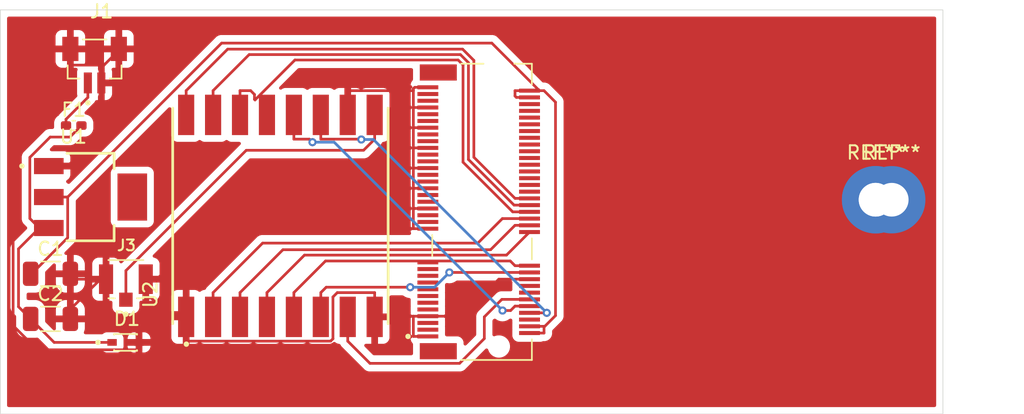
<source format=kicad_pcb>
(kicad_pcb (version 20240108) (generator "pcbnew") (generator_version "8.0")
  (layers (0 "F.Cu" signal) (31 "B.Cu" signal) (34 "B.Paste" user) (35 "F.Paste" user) (36 "B.SilkS" user "B.Silkscreen") (37 "F.SilkS" user "F.Silkscreen") (38 "B.Mask" user) (39 "F.Mask" user) (44 "Edge.Cuts" user))
  (net 0 "")
  (net 1 "+3V3")
  (net 2 "GND")
  (net 3 "Net-(U1-INPUT)")
  (net 4 "+9V")
  (net 6 "MISO")
  (net 9 "DIO3")
  (net 11 "DIO2")
  (net 12 "NSS")
  (net 22 "DIO4")
  (net 24 "DIO1")
  (net 26 "DIO0")
  (net 29 "MOSI")
  (net 37 "SCK")
  (net 44 "DIO5")
  (net 45 "RESET")
  (net 57 "Net-(U2-ANT)")
  (net 59 "+3.3V")
  (footprint "Capacitor_SMD:C_1206_3216Metric" (layer "F.Cu") (at 57.125 97.45)
    (property "Reference" "C2" (at 0 -1.85 0) (layer "F.SilkS"))
    (property "Value" "10uF")
    (fp_line (start -0.711252 -0.91) (end 0.711252 -0.91) (stroke (width 0.12)) (layer "F.SilkS"))
    (fp_line (start -0.711252 0.91) (end 0.711252 0.91) (stroke (width 0.12)) (layer "F.SilkS"))
    (pad "1" smd roundrect (at -1.475 0) (size 1.15 1.8) (layers "F.Cu" "F.Paste" "F.Mask") (roundrect_rratio 0.217391) (net 3 "Net-(U1-INPUT)"))
    (pad "2" smd roundrect (at 1.475 0) (size 1.15 1.8) (layers "F.Cu" "F.Paste" "F.Mask") (roundrect_rratio 0.217391) (net 2 "GND"))
  )
  (footprint "Capacitor_SMD:C_1206_3216Metric" (layer "F.Cu") (at 57.125 94.1)
    (property "Reference" "C1" (at 0 -1.85 0) (layer "F.SilkS"))
    (property "Value" "10uF")
    (fp_line (start -0.711252 -0.91) (end 0.711252 -0.91) (stroke (width 0.12)) (layer "F.SilkS"))
    (fp_line (start -0.711252 0.91) (end 0.711252 0.91) (stroke (width 0.12)) (layer "F.SilkS"))
    (pad "1" smd roundrect (at -1.475 0) (size 1.15 1.8) (layers "F.Cu" "F.Paste" "F.Mask") (roundrect_rratio 0.217391) (net 1 "+3V3"))
    (pad "2" smd roundrect (at 1.475 0) (size 1.15 1.8) (layers "F.Cu" "F.Paste" "F.Mask") (roundrect_rratio 0.217391) (net 2 "GND"))
  )
  (footprint "" (layer "F.Cu") (at 118.4 88.6)
    (property "Reference" "" (at 0 0 0) (layer "F.SilkS") (effects (font (size 1.27 1.27))))
    (property "Value" "")
    (pad "1" thru_hole circle (at 0 0) (size 5 5) (drill 2.5) (layers "*.Cu" "*.Mask"))
  )
  (footprint "Fuse:Fuse_0402_1005Metric_Pad0.77x0.64mm_HandSolder" (layer "F.Cu") (at 58.85 83.09)
    (property "Reference" "F1" (at 0 -1.17 0) (layer "F.SilkS"))
    (property "Value" "Fuse")
    (fp_line (start -0.1002 -0.36) (end 0.1002 -0.36) (stroke (width 0.12)) (layer "F.SilkS"))
    (fp_line (start -0.1002 0.36) (end 0.1002 0.36) (stroke (width 0.12)) (layer "F.SilkS"))
    (pad "1" smd roundrect (at -0.5725 0) (size 0.765 0.64) (layers "F.Cu" "F.Paste" "F.Mask") (net 4 "+9V"))
    (pad "2" smd roundrect (at 0.5725 0) (size 0.765 0.64) (layers "F.Cu" "F.Paste" "F.Mask") (net 3 "Net-(U1-INPUT)"))
  )
  (footprint "BM02B-SRSS-TB_LF__SN_:JST_BM02B-SRSS-TB_LF__SN_" (layer "F.Cu") (at 60.4 77.4)
    (property "Reference" "J1" (at 0.525 -2.785 0) (layer "F.SilkS"))
    (property "Value" "BM02B-SRSS-TB_LF__SN_")
    (fp_line (start -2 2.2) (end -2 1.22) (stroke (width 0.127)) (layer "F.SilkS"))
    (fp_line (start -1.12 2.2) (end -2 2.2) (stroke (width 0.127)) (layer "F.SilkS"))
    (fp_line (start -0.88 -0.7) (end 0.88 -0.7) (stroke (width 0.127)) (layer "F.SilkS"))
    (fp_line (start 2 2.2) (end 1.12 2.2) (stroke (width 0.127)) (layer "F.SilkS"))
    (fp_line (start 2 2.2) (end 2 1.22) (stroke (width 0.127)) (layer "F.SilkS"))
    (fp_circle (center -0.5 4) (end -0.4 4) (stroke (width 0.2)) (fill none) (layer "F.SilkS"))
    (pad "1" smd rect (at -0.5 2.525) (size 0.6 1.55) (layers "F.Cu" "F.Paste" "F.Mask") (net 4 "+9V"))
    (pad "2" smd rect (at 0.5 2.525) (size 0.6 1.55) (layers "F.Cu" "F.Paste" "F.Mask") (net 2 "GND"))
    (pad "S1" smd rect (at -1.8 0) (size 1.2 1.8) (layers "F.Cu" "F.Paste" "F.Mask") (net 2 "GND"))
    (pad "S2" smd rect (at 1.8 0) (size 1.2 1.8) (layers "F.Cu" "F.Paste" "F.Mask") (net 2 "GND"))
  )
  (footprint "CONUFL001_SMD_T:LINX_CONUFL001-SMD-T" (layer "F.Cu") (at 62.725 94.5)
    (property "Reference" "J3" (at 0.04 -2.508 0) (layer "F.SilkS") (effects (font (size 0.8 0.8))))
    (property "Value" "RF Antenna")
    (fp_line (start -1.3 -1.42) (end 1.3 -1.42) (stroke (width 0.127)) (layer "F.SilkS"))
    (fp_line (start -0.82 1.42) (end -1.3 1.42) (stroke (width 0.127)) (layer "F.SilkS"))
    (fp_line (start 0.82 1.42) (end 1.3 1.42) (stroke (width 0.127)) (layer "F.SilkS"))
    (fp_circle (center 0 2.6) (end 0.1 2.6) (stroke (width 0.2)) (fill none) (layer "F.SilkS"))
    (pad "1" smd rect (at 0 1.525) (size 1 1.05) (layers "F.Cu" "F.Paste" "F.Mask") (net 57 "Net-(U2-ANT)"))
    (pad "2" smd rect (at -1.475 0) (size 1.05 2.2) (layers "F.Cu" "F.Paste" "F.Mask") (net 2 "GND"))
    (pad "3" smd rect (at 1.475 0) (size 1.05 2.2) (layers "F.Cu" "F.Paste" "F.Mask") (net 2 "GND"))
  )
  (footprint "MountingHole:MountingHole_2.5mm_Pad" (layer "F.Cu") (at 118.4 88.6)
    (property "Reference" "REF**" (at 0 -3.5 0) (layer "F.SilkS"))
    (property "Value" "MountingHole_2.5mm_Pad")
    (pad "1" thru_hole circle (at 0 0) (size 5 5) (drill 2.5) (layers "*.Cu" "*.Mask"))
  )
  (footprint "MDT420E03002:AMPHENOL_MDT420E03002" (layer "F.Cu") (at 90.425 89.5 90)
    (property "Reference" "J2" (hide yes))
    (property "Value" "MDT420E03002")
    (fp_line (start -3.28 -4.95) (end -1.72 -4.95) (stroke (width 0.127)) (layer "F.SilkS"))
    (fp_line (start 11 -2.805) (end 11 -1.145) (stroke (width 0.127)) (layer "F.SilkS"))
    (fp_line (start 11 2.45) (end 11 1.145) (stroke (width 0.127)) (layer "F.SilkS"))
    (fp_line (start 11 2.45) (end 9.47 2.45) (stroke (width 0.127)) (layer "F.SilkS"))
    (fp_line (start -3.53 2.45) (end -1.97 2.45) (stroke (width 0.127)) (layer "F.SilkS"))
    (fp_line (start -9.47 2.45) (end -11 2.45) (stroke (width 0.127)) (layer "F.SilkS"))
    (fp_line (start -11 2.45) (end -11 -2.805) (stroke (width 0.127)) (layer "F.SilkS"))
    (fp_circle (center -9.25 -6.75) (end -9.15 -6.75) (stroke (width 0.2)) (fill none) (layer "F.SilkS"))
    (pad "" np_thru_hole circle (at -10 0 90) (size 1.15 1.15) (drill 1.15) (layers "*.Cu" "*.Mask"))
    (pad "" np_thru_hole circle (at 10 0 90) (size 1.65 1.65) (drill 1.65) (layers "*.Cu" "*.Mask"))
    (pad "1" smd rect (at -9.25 -5.275 90) (size 0.3 1.55) (layers "F.Cu" "F.Paste" "F.Mask") (net 2 "GND"))
    (pad "2" smd rect (at -9 2.275 90) (size 0.3 1.55) (layers "F.Cu" "F.Paste" "F.Mask") (net 1 "+3V3"))
    (pad "3" smd rect (at -8.75 -5.275 90) (size 0.3 1.55) (layers "F.Cu" "F.Paste" "F.Mask"))
    (pad "4" smd rect (at -8.5 2.275 90) (size 0.3 1.55) (layers "F.Cu" "F.Paste" "F.Mask") (net 1 "+3V3"))
    (pad "5" smd rect (at -8.25 -5.275 90) (size 0.3 1.55) (layers "F.Cu" "F.Paste" "F.Mask"))
    (pad "6" smd rect (at -8 2.275 90) (size 0.3 1.55) (layers "F.Cu" "F.Paste" "F.Mask"))
    (pad "7" smd rect (at -7.75 -5.275 90) (size 0.3 1.55) (layers "F.Cu" "F.Paste" "F.Mask") (net 2 "GND"))
    (pad "8" smd rect (at -7.5 2.275 90) (size 0.3 1.55) (layers "F.Cu" "F.Paste" "F.Mask") (net 9 "DIO3"))
    (pad "9" smd rect (at -7.25 -5.275 90) (size 0.3 1.55) (layers "F.Cu" "F.Paste" "F.Mask"))
    (pad "10" smd rect (at -7 2.275 90) (size 0.3 1.55) (layers "F.Cu" "F.Paste" "F.Mask") (net 22 "DIO4"))
    (pad "11" smd rect (at -6.75 -5.275 90) (size 0.3 1.55) (layers "F.Cu" "F.Paste" "F.Mask"))
    (pad "12" smd rect (at -6.5 2.275 90) (size 0.3 1.55) (layers "F.Cu" "F.Paste" "F.Mask") (net 44 "DIO5"))
    (pad "13" smd rect (at -6.25 -5.275 90) (size 0.3 1.55) (layers "F.Cu" "F.Paste" "F.Mask"))
    (pad "14" smd rect (at -6 2.275 90) (size 0.3 1.55) (layers "F.Cu" "F.Paste" "F.Mask"))
    (pad "15" smd rect (at -5.75 -5.275 90) (size 0.3 1.55) (layers "F.Cu" "F.Paste" "F.Mask"))
    (pad "16" smd rect (at -5.5 2.275 90) (size 0.3 1.55) (layers "F.Cu" "F.Paste" "F.Mask"))
    (pad "17" smd rect (at -5.25 -5.275 90) (size 0.3 1.55) (layers "F.Cu" "F.Paste" "F.Mask"))
    (pad "18" smd rect (at -5 2.275 90) (size 0.3 1.55) (layers "F.Cu" "F.Paste" "F.Mask") (net 2 "GND"))
    (pad "19" smd rect (at -4.75 -5.275 90) (size 0.3 1.55) (layers "F.Cu" "F.Paste" "F.Mask"))
    (pad "20" smd rect (at -4.5 2.275 90) (size 0.3 1.55) (layers "F.Cu" "F.Paste" "F.Mask") (net 45 "RESET"))
    (pad "21" smd rect (at -4.25 -5.275 90) (size 0.3 1.55) (layers "F.Cu" "F.Paste" "F.Mask"))
    (pad "22" smd rect (at -4 2.275 90) (size 0.3 1.55) (layers "F.Cu" "F.Paste" "F.Mask") (net 12 "NSS"))
    (pad "23" smd rect (at -3.75 -5.275 90) (size 0.3 1.55) (layers "F.Cu" "F.Paste" "F.Mask"))
    (pad "32" smd rect (at -1.5 2.275 90) (size 0.3 1.55) (layers "F.Cu" "F.Paste" "F.Mask") (net 37 "SCK"))
    (pad "33" smd rect (at -1.25 -5.275 90) (size 0.3 1.55) (layers "F.Cu" "F.Paste" "F.Mask") (net 2 "GND"))
    (pad "34" smd rect (at -1 2.275 90) (size 0.3 1.55) (layers "F.Cu" "F.Paste" "F.Mask") (net 29 "MOSI"))
    (pad "35" smd rect (at -0.75 -5.275 90) (size 0.3 1.55) (layers "F.Cu" "F.Paste" "F.Mask"))
    (pad "36" smd rect (at -0.5 2.275 90) (size 0.3 1.55) (layers "F.Cu" "F.Paste" "F.Mask") (net 6 "MISO"))
    (pad "37" smd rect (at -0.25 -5.275 90) (size 0.3 1.55) (layers "F.Cu" "F.Paste" "F.Mask"))
    (pad "38" smd rect (at 0 2.275 90) (size 0.3 1.55) (layers "F.Cu" "F.Paste" "F.Mask") (net 26 "DIO0"))
    (pad "39" smd rect (at 0.25 -5.275 90) (size 0.3 1.55) (layers "F.Cu" "F.Paste" "F.Mask") (net 2 "GND"))
    (pad "40" smd rect (at 0.5 2.275 90) (size 0.3 1.55) (layers "F.Cu" "F.Paste" "F.Mask") (net 24 "DIO1"))
    (pad "41" smd rect (at 0.75 -5.275 90) (size 0.3 1.55) (layers "F.Cu" "F.Paste" "F.Mask"))
    (pad "42" smd rect (at 1 2.275 90) (size 0.3 1.55) (layers "F.Cu" "F.Paste" "F.Mask") (net 11 "DIO2"))
    (pad "43" smd rect (at 1.25 -5.275 90) (size 0.3 1.55) (layers "F.Cu" "F.Paste" "F.Mask"))
    (pad "44" smd rect (at 1.5 2.275 90) (size 0.3 1.55) (layers "F.Cu" "F.Paste" "F.Mask"))
    (pad "45" smd rect (at 1.75 -5.275 90) (size 0.3 1.55) (layers "F.Cu" "F.Paste" "F.Mask") (net 2 "GND"))
    (pad "46" smd rect (at 2 2.275 90) (size 0.3 1.55) (layers "F.Cu" "F.Paste" "F.Mask"))
    (pad "47" smd rect (at 2.25 -5.275 90) (size 0.3 1.55) (layers "F.Cu" "F.Paste" "F.Mask"))
    (pad "48" smd rect (at 2.5 2.275 90) (size 0.3 1.55) (layers "F.Cu" "F.Paste" "F.Mask"))
    (pad "49" smd rect (at 2.75 -5.275 90) (size 0.3 1.55) (layers "F.Cu" "F.Paste" "F.Mask"))
    (pad "50" smd rect (at 3 2.275 90) (size 0.3 1.55) (layers "F.Cu" "F.Paste" "F.Mask"))
    (pad "51" smd rect (at 3.25 -5.275 90) (size 0.3 1.55) (layers "F.Cu" "F.Paste" "F.Mask") (net 2 "GND"))
    (pad "52" smd rect (at 3.5 2.275 90) (size 0.3 1.55) (layers "F.Cu" "F.Paste" "F.Mask"))
    (pad "53" smd rect (at 3.75 -5.275 90) (size 0.3 1.55) (layers "F.Cu" "F.Paste" "F.Mask"))
    (pad "54" smd rect (at 4 2.275 90) (size 0.3 1.55) (layers "F.Cu" "F.Paste" "F.Mask"))
    (pad "55" smd rect (at 4.25 -5.275 90) (size 0.3 1.55) (layers "F.Cu" "F.Paste" "F.Mask"))
    (pad "56" smd rect (at 4.5 2.275 90) (size 0.3 1.55) (layers "F.Cu" "F.Paste" "F.Mask"))
    (pad "57" smd rect (at 4.75 -5.275 90) (size 0.3 1.55) (layers "F.Cu" "F.Paste" "F.Mask") (net 2 "GND"))
    (pad "58" smd rect (at 5 2.275 90) (size 0.3 1.55) (layers "F.Cu" "F.Paste" "F.Mask"))
    (pad "59" smd rect (at 5.25 -5.275 90) (size 0.3 1.55) (layers "F.Cu" "F.Paste" "F.Mask"))
    (pad "60" smd rect (at 5.5 2.275 90) (size 0.3 1.55) (layers "F.Cu" "F.Paste" "F.Mask"))
    (pad "61" smd rect (at 5.75 -5.275 90) (size 0.3 1.55) (layers "F.Cu" "F.Paste" "F.Mask"))
    (pad "62" smd rect (at 6 2.275 90) (size 0.3 1.55) (layers "F.Cu" "F.Paste" "F.Mask"))
    (pad "63" smd rect (at 6.25 -5.275 90) (size 0.3 1.55) (layers "F.Cu" "F.Paste" "F.Mask") (net 2 "GND"))
    (pad "64" smd rect (at 6.5 2.275 90) (size 0.3 1.55) (layers "F.Cu" "F.Paste" "F.Mask"))
    (pad "65" smd rect (at 6.75 -5.275 90) (size 0.3 1.55) (layers "F.Cu" "F.Paste" "F.Mask"))
    (pad "66" smd rect (at 7 2.275 90) (size 0.3 1.55) (layers "F.Cu" "F.Paste" "F.Mask"))
    (pad "67" smd rect (at 7.25 -5.275 90) (size 0.3 1.55) (layers "F.Cu" "F.Paste" "F.Mask"))
    (pad "68" smd rect (at 7.5 2.275 90) (size 0.3 1.55) (layers "F.Cu" "F.Paste" "F.Mask"))
    (pad "69" smd rect (at 7.75 -5.275 90) (size 0.3 1.55) (layers "F.Cu" "F.Paste" "F.Mask") (net 2 "GND"))
    (pad "70" smd rect (at 8 2.275 90) (size 0.3 1.55) (layers "F.Cu" "F.Paste" "F.Mask"))
    (pad "71" smd rect (at 8.25 -5.275 90) (size 0.3 1.55) (layers "F.Cu" "F.Paste" "F.Mask"))
    (pad "72" smd rect (at 8.5 2.275 90) (size 0.3 1.55) (layers "F.Cu" "F.Paste" "F.Mask") (net 1 "+3V3"))
    (pad "73" smd rect (at 8.75 -5.275 90) (size 0.3 1.55) (layers "F.Cu" "F.Paste" "F.Mask"))
    (pad "74" smd rect (at 9 2.275 90) (size 0.3 1.55) (layers "F.Cu" "F.Paste" "F.Mask") (net 1 "+3V3"))
    (pad "75" smd rect (at 9.25 -5.275 90) (size 0.3 1.55) (layers "F.Cu" "F.Paste" "F.Mask") (net 2 "GND"))
    (pad "SH1" smd rect (at -10.35 -4.5 90) (size 1.2 2.75) (layers "F.Cu" "F.Paste" "F.Mask"))
    (pad "SH2" smd rect (at 10.35 -4.5 90) (size 1.2 2.75) (layers "F.Cu" "F.Paste" "F.Mask"))
  )
  (footprint "BZT52C12S:DIO_BZT52C12S" (layer "F.Cu") (at 62.699 99.195)
    (property "Reference" "D1" (at 0.098 -1.748 0) (layer "F.SilkS"))
    (property "Value" "BZT52C12S")
    (fp_line (start -0.85 -0.625) (end 0.85 -0.625) (stroke (width 0.127)) (layer "F.SilkS"))
    (fp_line (start -0.85 -0.57) (end -0.85 -0.625) (stroke (width 0.127)) (layer "F.SilkS"))
    (fp_line (start -0.85 0.57) (end -0.85 0.625) (stroke (width 0.127)) (layer "F.SilkS"))
    (fp_line (start 0.85 -0.57) (end 0.85 -0.625) (stroke (width 0.127)) (layer "F.SilkS"))
    (fp_line (start 0.85 0.57) (end 0.85 0.625) (stroke (width 0.127)) (layer "F.SilkS"))
    (fp_line (start 0.85 0.625) (end -0.85 0.625) (stroke (width 0.127)) (layer "F.SilkS"))
    (fp_circle (center -2.049 0) (end -1.949 0) (stroke (width 0.2)) (fill none) (layer "F.SilkS"))
    (pad "A" smd rect (at 1 0) (size 0.7 0.5) (layers "F.Cu" "F.Paste" "F.Mask") (net 2 "GND"))
    (pad "C" smd rect (at -1 0) (size 0.7 0.5) (layers "F.Cu" "F.Paste" "F.Mask") (net 3 "Net-(U1-INPUT)"))
  )
  (footprint "COM-13909:MOD_COM-13909" (layer "F.Cu") (at 74.2 89.8 90)
    (property "Reference" "U2" (at -5.84038 -9.6604 90) (layer "F.SilkS") (effects (font (size 1.00263 1.00263))))
    (property "Value" "COM-13909")
    (fp_line (start -8 -8) (end 8 -8) (stroke (width 0.2032)) (layer "F.SilkS"))
    (fp_line (start 8 8) (end -8 8) (stroke (width 0.2032)) (layer "F.SilkS"))
    (fp_circle (center -9.525 -6.985) (end -9.425 -6.985) (stroke (width 0.2)) (fill none) (layer "F.SilkS"))
    (pad "1" smd rect (at -7.5 -7 90) (size 3 1.2) (layers "F.Cu" "F.Paste" "F.Mask") (net 2 "GND"))
    (pad "2" smd rect (at -7.5 -5 90) (size 3 1.2) (layers "F.Cu" "F.Paste" "F.Mask") (net 6 "MISO"))
    (pad "3" smd rect (at -7.5 -3 90) (size 3 1.2) (layers "F.Cu" "F.Paste" "F.Mask") (net 29 "MOSI"))
    (pad "4" smd rect (at -7.5 -1 90) (size 3 1.2) (layers "F.Cu" "F.Paste" "F.Mask") (net 37 "SCK"))
    (pad "5" smd rect (at -7.5 1 90) (size 3 1.2) (layers "F.Cu" "F.Paste" "F.Mask") (net 12 "NSS"))
    (pad "6" smd rect (at -7.5 3 90) (size 3 1.2) (layers "F.Cu" "F.Paste" "F.Mask") (net 45 "RESET"))
    (pad "7" smd rect (at -7.5 5 90) (size 3 1.2) (layers "F.Cu" "F.Paste" "F.Mask") (net 44 "DIO5"))
    (pad "8" smd rect (at -7.5 7 90) (size 3 1.2) (layers "F.Cu" "F.Paste" "F.Mask") (net 2 "GND"))
    (pad "9" smd rect (at 7.5 7 90) (size 3 1.2) (layers "F.Cu" "F.Paste" "F.Mask") (net 57 "Net-(U2-ANT)"))
    (pad "10" smd rect (at 7.5 5 90) (size 3 1.2) (layers "F.Cu" "F.Paste" "F.Mask") (net 2 "GND"))
    (pad "11" smd rect (at 7.5 3 90) (size 3 1.2) (layers "F.Cu" "F.Paste" "F.Mask") (net 9 "DIO3"))
    (pad "12" smd rect (at 7.5 1 90) (size 3 1.2) (layers "F.Cu" "F.Paste" "F.Mask") (net 22 "DIO4"))
    (pad "13" smd rect (at 7.5 -1 90) (size 3 1.2) (layers "F.Cu" "F.Paste" "F.Mask") (net 59 "+3.3V"))
    (pad "14" smd rect (at 7.5 -3 90) (size 3 1.2) (layers "F.Cu" "F.Paste" "F.Mask") (net 26 "DIO0"))
    (pad "15" smd rect (at 7.5 -5 90) (size 3 1.2) (layers "F.Cu" "F.Paste" "F.Mask") (net 24 "DIO1"))
    (pad "16" smd rect (at 7.5 -7 90) (size 3 1.2) (layers "F.Cu" "F.Paste" "F.Mask") (net 11 "DIO2"))
  )
  (footprint "AZ1117IH-3.3TRG1:SOT230P700X185-4N" (layer "F.Cu") (at 60.1 88.4)
    (property "Reference" "U1" (at -1.275 -4.485 0) (layer "F.SilkS"))
    (property "Value" "AZ1117IH-3.3TRG1")
    (fp_line (start -1.75 -3.25) (end 1.75 -3.25) (stroke (width 0.2)) (layer "F.SilkS"))
    (fp_line (start 1.75 -3.25) (end 1.75 -2.1) (stroke (width 0.2)) (layer "F.SilkS"))
    (fp_line (start 1.75 2.1) (end 1.75 3.25) (stroke (width 0.2)) (layer "F.SilkS"))
    (fp_line (start 1.75 3.25) (end -1.75 3.25) (stroke (width 0.2)) (layer "F.SilkS"))
    (fp_circle (center -5.1 -2.3) (end -5 -2.3) (stroke (width 0.2)) (fill none) (layer "F.SilkS"))
    (pad "1" smd rect (at -3.1 -2.3) (size 2.2 1.2) (layers "F.Cu" "F.Paste" "F.Mask") (net 2 "GND"))
    (pad "2" smd rect (at -3.1 0) (size 2.2 1.2) (layers "F.Cu" "F.Paste" "F.Mask") (net 1 "+3V3"))
    (pad "3" smd rect (at -3.1 2.3) (size 2.2 1.2) (layers "F.Cu" "F.Paste" "F.Mask") (net 3 "Net-(U1-INPUT)"))
    (pad "4" smd rect (at 3.1 0) (size 2.2 3.5) (layers "F.Cu" "F.Paste" "F.Mask"))
  )
  (footprint "MountingHole:MountingHole_2.5mm_Pad" (layer "F.Cu") (at 119.6 88.6)
    (property "Reference" "REF**" (at 0 -3.5 0) (layer "F.SilkS"))
    (property "Value" "MountingHole_2.5mm_Pad")
    (pad "1" thru_hole circle (at 0 0) (size 5 5) (drill 2.5) (layers "*.Cu" "*.Mask"))
  )
  (gr_rect (start 53.4 74.5) (end 123.4 104.5) (stroke (width 0.05)) (fill none) (layer "Edge.Cuts"))
  (segment (start 92.7 80.5) (end 91.6233 80.5) (width 0.2) (layer "F.Cu") (net 1))
  (segment (start 57.9 88.4) (end 58.4002 88.4) (width 0.2) (layer "F.Cu") (net 1))
  (segment (start 94.6293 97.2056) (end 93.8349 98) (width 0.2) (layer "F.Cu") (net 1))
  (segment (start 93.8349 98) (end 93.7767 98) (width 0.2) (layer "F.Cu") (net 1))
  (segment (start 91.6233 80.8991) (end 91.6233 80.5) (width 0.2) (layer "F.Cu") (net 1))
  (segment (start 55.7267 94.1) (end 55.65 94.1) (width 0.2) (layer "F.Cu") (net 1))
  (segment (start 58.4002 88.4) (end 58.4017 88.4) (width 0.2) (layer "F.Cu") (net 1))
  (segment (start 89.9003 76.9686) (end 69.8331 76.9686) (width 0.2) (layer "F.Cu") (net 1))
  (segment (start 58.4017 91.425) (end 55.7267 94.1) (width 0.2) (layer "F.Cu") (net 1))
  (segment (start 58.4017 88.4015) (end 58.4017 91.425) (width 0.2) (layer "F.Cu") (net 1))
  (segment (start 92.7 98.5) (end 93.7767 98.5) (width 0.2) (layer "F.Cu") (net 1))
  (segment (start 93.7767 98) (end 92.7 98) (width 0.2) (layer "F.Cu") (net 1))
  (segment (start 91.7242 81) (end 91.6233 80.8991) (width 0.2) (layer "F.Cu") (net 1))
  (segment (start 69.8331 76.9686) (end 58.4017 88.4) (width 0.2) (layer "F.Cu") (net 1))
  (segment (start 57 88.4) (end 57.9 88.4) (width 0.2) (layer "F.Cu") (net 1))
  (segment (start 92.7 81) (end 91.7242 81) (width 0.2) (layer "F.Cu") (net 1))
  (segment (start 93.4317 80.5) (end 93.7767 80.5) (width 0.2) (layer "F.Cu") (net 1))
  (segment (start 92.7 80.5) (end 93.4317 80.5) (width 0.2) (layer "F.Cu") (net 1))
  (segment (start 93.4317 80.5) (end 89.9003 76.9686) (width 0.2) (layer "F.Cu") (net 1))
  (segment (start 94.6293 81.3526) (end 94.6293 97.2056) (width 0.2) (layer "F.Cu") (net 1))
  (segment (start 93.7767 80.5) (end 94.6293 81.3526) (width 0.2) (layer "F.Cu") (net 1))
  (segment (start 58.4002 88.4) (end 58.4017 88.4015) (width 0.2) (layer "F.Cu") (net 1))
  (segment (start 93.7767 98) (end 93.7767 98.5) (width 0.2) (layer "F.Cu") (net 1))
  (segment (start 84.0748 83.25) (end 84.0733 83.25) (width 0.2) (layer "F.Cu") (net 2))
  (segment (start 84.0733 97.25) (end 84.0733 98.75) (width 0.2) (layer "F.Cu") (net 2))
  (segment (start 81.2 97.3) (end 81.2 97.2002) (width 0.2) (layer "F.Cu") (net 2))
  (segment (start 61.0434 94.5) (end 61.25 94.5) (width 0.2) (layer "F.Cu") (net 2))
  (segment (start 58.6 96.7367) (end 58.6 97.45) (width 0.2) (layer "F.Cu") (net 2))
  (segment (start 85.15 90.75) (end 84.0733 90.75) (width 0.2) (layer "F.Cu") (net 2))
  (segment (start 54.3489 82.8528) (end 54.3489 97.9471) (width 0.2) (layer "F.Cu") (net 2))
  (segment (start 84.0733 97.25) (end 85.15 97.25) (width 0.2) (layer "F.Cu") (net 2))
  (segment (start 68.7767 90.75) (end 65.0267 94.5) (width 0.2) (layer "F.Cu") (net 2))
  (segment (start 67.2 99.0008) (end 67.2 99.1002) (width 0.2) (layer "F.Cu") (net 2))
  (segment (start 77.925 99.1017) (end 78.1017 98.925) (width 0.2) (layer "F.Cu") (net 2))
  (segment (start 84.0733 81.75) (end 84.0733 83.25) (width 0.2) (layer "F.Cu") (net 2))
  (segment (start 84.0748 84.75) (end 84.0733 84.75) (width 0.2) (layer "F.Cu") (net 2))
  (segment (start 54.3489 97.9471) (end 56.1485 99.7467) (width 0.2) (layer "F.Cu") (net 2))
  (segment (start 67.2 99.1002) (end 67.2015 99.1017) (width 0.2) (layer "F.Cu") (net 2))
  (segment (start 84.0733 83.2515) (end 84.0748 83.25) (width 0.2) (layer "F.Cu") (net 2))
  (segment (start 84.0733 84.7515) (end 84.0748 84.75) (width 0.2) (layer "F.Cu") (net 2))
  (segment (start 84.0733 89.25) (end 84.0733 87.7515) (width 0.2) (layer "F.Cu") (net 2))
  (segment (start 84.0733 89.2508) (end 84.0733 90.75) (width 0.2) (layer "F.Cu") (net 2))
  (segment (start 78.1017 98.925) (end 78.1017 95.8195) (width 0.2) (layer "F.Cu") (net 2))
  (segment (start 84.0741 89.25) (end 84.0733 89.2508) (width 0.2) (layer "F.Cu") (net 2))
  (segment (start 57 86.1) (end 58.4017 86.1) (width 0.2) (layer "F.Cu") (net 2))
  (segment (start 81.2498 97.25) (end 84.0733 97.25) (width 0.2) (layer "F.Cu") (net 2))
  (segment (start 56.1485 99.7467) (end 63.699 99.7467) (width 0.2) (layer "F.Cu") (net 2))
  (segment (start 63.699 97.45) (end 63.699 99.195) (width 0.2) (layer "F.Cu") (net 2))
  (segment (start 84.0733 80.4983) (end 79.2 80.4983) (width 0.2) (layer "F.Cu") (net 2))
  (segment (start 59 94.5) (end 58.6 94.1) (width 0.2) (layer "F.Cu") (net 2))
  (segment (start 60.9 83.6017) (end 60.9 79.925) (width 0.2) (layer "F.Cu") (net 2))
  (segment (start 78.4229 95.4983) (end 81.2 95.4983) (width 0.2) (layer "F.Cu") (net 2))
  (segment (start 65.687 96.975) (end 67.2 96.975) (width 0.2) (layer "F.Cu") (net 2))
  (segment (start 64.6137 95.9017) (end 64.2 95.9017) (width 0.2) (layer "F.Cu") (net 2))
  (segment (start 67.2 97.3) (end 67.2 96.975) (width 0.2) (layer "F.Cu") (net 2))
  (segment (start 60.9 79.925) (end 60.9 78.6017) (width 0.2) (layer "F.Cu") (net 2))
  (segment (start 67.2 97.3) (end 67.2 99.0008) (width 0.2) (layer "F.Cu") (net 2))
  (segment (start 81.2 97.15) (end 81.2 97.2002) (width 0.2) (layer "F.Cu") (net 2))
  (segment (start 61.0434 94.5) (end 60.8367 94.5) (width 0.2) (layer "F.Cu") (net 2))
  (segment (start 84.1742 89.25) (end 84.0748 89.25) (width 0.2) (layer "F.Cu") (net 2))
  (segment (start 84.0733 84.75) (end 84.0733 83.2515) (width 0.2) (layer "F.Cu") (net 2))
  (segment (start 58.6 78.6017) (end 54.3489 82.8528) (width 0.2) (layer "F.Cu") (net 2))
  (segment (start 87.6702 97.25) (end 85.15 97.25) (width 0.2) (layer "F.Cu") (net 2))
  (segment (start 84.0733 80.4983) (end 84.0733 81.75) (width 0.2) (layer "F.Cu") (net 2))
  (segment (start 92.7 94.5) (end 90.4202 94.5) (width 0.2) (layer "F.Cu") (net 2))
  (segment (start 78.1017 95.8195) (end 78.4229 95.4983) (width 0.2) (layer "F.Cu") (net 2))
  (segment (start 58.4017 86.1) (end 60.9 83.6017) (width 0.2) (layer "F.Cu") (net 2))
  (segment (start 60.8367 94.5) (end 58.6 96.7367) (width 0.2) (layer "F.Cu") (net 2))
  (segment (start 81.2 97.2002) (end 81.2498 97.25) (width 0.2) (layer "F.Cu") (net 2))
  (segment (start 64.2 94.5) (end 64.2 95.9017) (width 0.2) (layer "F.Cu") (net 2))
  (segment (start 84.0741 89.25) (end 84.0733 89.25) (width 0.2) (layer "F.Cu") (net 2))
  (segment (start 85.15 84.75) (end 84.0748 84.75) (width 0.2) (layer "F.Cu") (net 2))
  (segment (start 63.699 97.45) (end 58.6 97.45) (width 0.2) (layer "F.Cu") (net 2))
  (segment (start 84.1742 87.75) (end 84.0748 87.75) (width 0.2) (layer "F.Cu") (net 2))
  (segment (start 65.687 96.975) (end 64.6137 95.9017) (width 0.2) (layer "F.Cu") (net 2))
  (segment (start 63.699 99.195) (end 63.699 99.7467) (width 0.2) (layer "F.Cu") (net 2))
  (segment (start 85.15 86.25) (end 84.0733 86.25) (width 0.2) (layer "F.Cu") (net 2))
  (segment (start 64.174 96.975) (end 65.687 96.975) (width 0.2) (layer "F.Cu") (net 2))
  (segment (start 85.15 80.25) (end 84.1742 80.25) (width 0.2) (layer "F.Cu") (net 2))
  (segment (start 85.15 87.75) (end 84.1742 87.75) (width 0.2) (layer "F.Cu") (net 2))
  (segment (start 84.0733 87.7515) (end 84.0748 87.75) (width 0.2) (layer "F.Cu") (net 2))
  (segment (start 58.6 77.4) (end 58.6 78.6017) (width 0.2) (layer "F.Cu") (net 2))
  (segment (start 85.15 83.25) (end 84.0748 83.25) (width 0.2) (layer "F.Cu") (net 2))
  (segment (start 84.0733 86.25) (end 84.0733 84.7515) (width 0.2) (layer "F.Cu") (net 2))
  (segment (start 58.6 78.6017) (end 60.9 78.6017) (width 0.2) (layer "F.Cu") (net 2))
  (segment (start 84.0733 80.4983) (end 84.0733 80.3509) (width 0.2) (layer "F.Cu") (net 2))
  (segment (start 60.9 78.6017) (end 61.1016 78.6017) (width 0.2) (layer "F.Cu") (net 2))
  (segment (start 60.4233 94.5) (end 59 94.5) (width 0.2) (layer "F.Cu") (net 2))
  (segment (start 84.0748 87.75) (end 84.0733 87.75) (width 0.2) (layer "F.Cu") (net 2))
  (segment (start 60.8367 94.5) (end 60.4233 94.5) (width 0.2) (layer "F.Cu") (net 2))
  (segment (start 61.1016 78.6017) (end 62.2 77.5033) (width 0.2) (layer "F.Cu") (net 2))
  (segment (start 84.0733 87.75) (end 84.0733 86.25) (width 0.2) (layer "F.Cu") (net 2))
  (segment (start 67.2015 99.1017) (end 77.925 99.1017) (width 0.2) (layer "F.Cu") (net 2))
  (segment (start 63.699 97.45) (end 64.174 96.975) (width 0.2) (layer "F.Cu") (net 2))
  (segment (start 79.2 82.3) (end 79.2 80.4983) (width 0.2) (layer "F.Cu") (net 2))
  (segment (start 64.2 94.5) (end 65.0267 94.5) (width 0.2) (layer "F.Cu") (net 2))
  (segment (start 85.15 98.75) (end 84.0733 98.75) (width 0.2) (layer "F.Cu") (net 2))
  (segment (start 85.15 81.75) (end 84.0733 81.75) (width 0.2) (layer "F.Cu") (net 2))
  (segment (start 81.2 97.15) (end 81.2 95.4983) (width 0.2) (layer "F.Cu") (net 2))
  (segment (start 84.0733 80.3509) (end 84.1742 80.25) (width 0.2) (layer "F.Cu") (net 2))
  (segment (start 90.4202 94.5) (end 87.6702 97.25) (width 0.2) (layer "F.Cu") (net 2))
  (segment (start 84.0733 90.75) (end 68.7767 90.75) (width 0.2) (layer "F.Cu") (net 2))
  (segment (start 84.0748 89.25) (end 84.0741 89.25) (width 0.2) (layer "F.Cu") (net 2))
  (segment (start 62.2 77.4) (end 62.2 77.5033) (width 0.2) (layer "F.Cu") (net 2))
  (segment (start 85.15 89.25) (end 84.1742 89.25) (width 0.2) (layer "F.Cu") (net 2))
  (segment (start 58.5661 83.9464) (end 59.4225 83.09) (width 0.2) (layer "F.Cu") (net 3))
  (segment (start 55.5899 89.9907) (end 55.5899 85.4597) (width 0.2) (layer "F.Cu") (net 3))
  (segment (start 56.2992 90.7) (end 54.7506 92.2486) (width 0.2) (layer "F.Cu") (net 3))
  (segment (start 61.699 99.195) (end 57.395 99.195) (width 0.2) (layer "F.Cu") (net 3))
  (segment (start 56.6496 90.7) (end 56.2992 90.7) (width 0.2) (layer "F.Cu") (net 3))
  (segment (start 56.2992 90.7) (end 55.5899 89.9907) (width 0.2) (layer "F.Cu") (net 3))
  (segment (start 54.7506 92.2486) (end 54.7506 96.5506) (width 0.2) (layer "F.Cu") (net 3))
  (segment (start 57.395 99.195) (end 55.65 97.45) (width 0.2) (layer "F.Cu") (net 3))
  (segment (start 57 90.7) (end 56.6496 90.7) (width 0.2) (layer "F.Cu") (net 3))
  (segment (start 57.1032 83.9464) (end 58.5661 83.9464) (width 0.2) (layer "F.Cu") (net 3))
  (segment (start 55.5899 85.4597) (end 57.1032 83.9464) (width 0.2) (layer "F.Cu") (net 3))
  (segment (start 54.7506 96.5506) (end 55.65 97.45) (width 0.2) (layer "F.Cu") (net 3))
  (segment (start 59.9 79.925) (end 59.9 81.0017) (width 0.2) (layer "F.Cu") (net 4))
  (segment (start 58.2775 83.09) (end 58.2775 82.6242) (width 0.2) (layer "F.Cu") (net 4))
  (segment (start 58.2775 82.6242) (end 59.9 81.0017) (width 0.2) (layer "F.Cu") (net 4))
  (segment (start 69.2 97.3) (end 69.2 95.4983) (width 0.2) (layer "F.Cu") (net 6))
  (segment (start 90.6844 90) (end 92.7 90) (width 0.2) (layer "F.Cu") (net 6))
  (segment (start 72.8766 91.8217) (end 88.8627 91.8217) (width 0.2) (layer "F.Cu") (net 6))
  (segment (start 88.8627 91.8217) (end 90.6844 90) (width 0.2) (layer "F.Cu") (net 6))
  (segment (start 69.2 95.4983) (end 72.8766 91.8217) (width 0.2) (layer "F.Cu") (net 6))
  (segment (start 77.2 82.3) (end 77.2 84.1017) (width 0.2) (layer "F.Cu") (net 9))
  (segment (start 77.2 84.1017) (end 80.1824 84.1017) (width 0.2) (layer "F.Cu") (net 9))
  (segment (start 93.9804 97) (end 92.7 97) (width 0.2) (layer "F.Cu") (net 9))
  (segment (start 80.1824 84.1017) (end 80.2079 84.1272) (width 0.2) (layer "F.Cu") (net 9))
  (via (at 93.9804 97) (size 0.6) (drill 0.3) (layers "F.Cu" "B.Cu") (net 9))
  (via (at 80.2079 84.1272) (size 0.6) (drill 0.3) (layers "F.Cu" "B.Cu") (net 9))
  (segment (start 93.9804 97) (end 81.1076 84.1272) (width 0.2) (layer "B.Cu") (net 9))
  (segment (start 81.1076 84.1272) (end 80.2079 84.1272) (width 0.2) (layer "B.Cu") (net 9))
  (segment (start 88.5659 85.4426) (end 91.6233 88.5) (width 0.2) (layer "F.Cu") (net 11))
  (segment (start 67.2 80.4983) (end 70.2808 77.4175) (width 0.2) (layer "F.Cu") (net 11))
  (segment (start 88.5659 78.2522) (end 88.5659 85.4426) (width 0.2) (layer "F.Cu") (net 11))
  (segment (start 87.7312 77.4175) (end 88.5659 78.2522) (width 0.2) (layer "F.Cu") (net 11))
  (segment (start 67.2 82.3) (end 67.2 80.4983) (width 0.2) (layer "F.Cu") (net 11))
  (segment (start 70.2808 77.4175) (end 87.7312 77.4175) (width 0.2) (layer "F.Cu") (net 11))
  (segment (start 92.7 88.5) (end 91.6233 88.5) (width 0.2) (layer "F.Cu") (net 11))
  (segment (start 77.5492 93.1491) (end 91.2724 93.1491) (width 0.2) (layer "F.Cu") (net 12))
  (segment (start 91.2724 93.1491) (end 91.6233 93.5) (width 0.2) (layer "F.Cu") (net 12))
  (segment (start 75.2 95.4983) (end 77.5492 93.1491) (width 0.2) (layer "F.Cu") (net 12))
  (segment (start 75.2 97.3) (end 75.2 95.4983) (width 0.2) (layer "F.Cu") (net 12))
  (segment (start 92.7 93.5) (end 91.6233 93.5) (width 0.2) (layer "F.Cu") (net 12))
  (segment (start 91.6233 96.5) (end 91.2949 96.8284) (width 0.2) (layer "F.Cu") (net 22))
  (segment (start 75.2 82.3) (end 75.2 84.1017) (width 0.2) (layer "F.Cu") (net 22))
  (segment (start 91.2949 96.8284) (end 90.6939 96.8284) (width 0.2) (layer "F.Cu") (net 22))
  (segment (start 92.7 96.5) (end 91.6233 96.5) (width 0.2) (layer "F.Cu") (net 22))
  (segment (start 76.3557 84.1017) (end 76.5798 84.3258) (width 0.2) (layer "F.Cu") (net 22))
  (segment (start 75.2 84.1017) (end 76.3557 84.1017) (width 0.2) (layer "F.Cu") (net 22))
  (via (at 90.6939 96.8284) (size 0.6) (drill 0.3) (layers "F.Cu" "B.Cu") (net 22))
  (via (at 76.5798 84.3258) (size 0.6) (drill 0.3) (layers "F.Cu" "B.Cu") (net 22))
  (segment (start 78.1913 84.3258) (end 76.5798 84.3258) (width 0.2) (layer "B.Cu") (net 22))
  (segment (start 90.6939 96.8284) (end 78.1913 84.3258) (width 0.2) (layer "B.Cu") (net 22))
  (segment (start 71.8776 77.8207) (end 87.5664 77.8207) (width 0.2) (layer "F.Cu") (net 24))
  (segment (start 91.5517 89) (end 92.7 89) (width 0.2) (layer "F.Cu") (net 24))
  (segment (start 69.2 80.4983) (end 71.8776 77.8207) (width 0.2) (layer "F.Cu") (net 24))
  (segment (start 87.5664 77.8207) (end 88.1642 78.4185) (width 0.2) (layer "F.Cu") (net 24))
  (segment (start 69.2 82.3) (end 69.2 80.4983) (width 0.2) (layer "F.Cu") (net 24))
  (segment (start 88.1642 78.4185) (end 88.1642 85.6125) (width 0.2) (layer "F.Cu") (net 24))
  (segment (start 88.1642 85.6125) (end 91.5517 89) (width 0.2) (layer "F.Cu") (net 24))
  (segment (start 87.4001 78.2224) (end 87.7625 78.5848) (width 0.2) (layer "F.Cu") (net 26))
  (segment (start 75.2776 78.2224) (end 87.4001 78.2224) (width 0.2) (layer "F.Cu") (net 26))
  (segment (start 87.7625 85.8124) (end 91.4501 89.5) (width 0.2) (layer "F.Cu") (net 26))
  (segment (start 72.3151 81.1848) (end 72.3152 81.1848) (width 0.2) (layer "F.Cu") (net 26))
  (segment (start 71.9892 80.4983) (end 72.2739 80.783) (width 0.2) (layer "F.Cu") (net 26))
  (segment (start 72.3152 81.1848) (end 75.2776 78.2224) (width 0.2) (layer "F.Cu") (net 26))
  (segment (start 87.7625 78.5848) (end 87.7625 85.8124) (width 0.2) (layer "F.Cu") (net 26))
  (segment (start 71.2 82.3) (end 71.2 80.4983) (width 0.2) (layer "F.Cu") (net 26))
  (segment (start 71.2 80.4983) (end 71.9892 80.4983) (width 0.2) (layer "F.Cu") (net 26))
  (segment (start 72.2739 81.1436) (end 72.3151 81.1848) (width 0.2) (layer "F.Cu") (net 26))
  (segment (start 91.4501 89.5) (end 92.7 89.5) (width 0.2) (layer "F.Cu") (net 26))
  (segment (start 72.2739 80.783) (end 72.2739 81.1436) (width 0.2) (layer "F.Cu") (net 26))
  (segment (start 74.3871 92.3112) (end 89.8121 92.3112) (width 0.2) (layer "F.Cu") (net 29))
  (segment (start 92.7 90.5) (end 91.6233 90.5) (width 0.2) (layer "F.Cu") (net 29))
  (segment (start 71.2 97.3) (end 71.2 95.4983) (width 0.2) (layer "F.Cu") (net 29))
  (segment (start 89.8121 92.3112) (end 91.6233 90.5) (width 0.2) (layer "F.Cu") (net 29))
  (segment (start 71.2 95.4983) (end 74.3871 92.3112) (width 0.2) (layer "F.Cu") (net 29))
  (segment (start 90.9871 92.7129) (end 92.7 91) (width 0.2) (layer "F.Cu") (net 37))
  (segment (start 75.9854 92.7129) (end 90.9871 92.7129) (width 0.2) (layer "F.Cu") (net 37))
  (segment (start 73.2 97.3) (end 73.2 95.4983) (width 0.2) (layer "F.Cu") (net 37))
  (segment (start 73.2 95.4983) (end 75.9854 92.7129) (width 0.2) (layer "F.Cu") (net 37))
  (segment (start 79.2 99.1017) (end 80.85 100.7517) (width 0.2) (layer "F.Cu") (net 44))
  (segment (start 79.2 97.3) (end 79.2 99.1017) (width 0.2) (layer "F.Cu") (net 44))
  (segment (start 90.645 96) (end 92.7 96) (width 0.2) (layer "F.Cu") (net 44))
  (segment (start 89.3434 97.3016) (end 90.645 96) (width 0.2) (layer "F.Cu") (net 44))
  (segment (start 89.3434 98.9111) (end 89.3434 97.3016) (width 0.2) (layer "F.Cu") (net 44))
  (segment (start 80.85 100.7517) (end 87.5028 100.7517) (width 0.2) (layer "F.Cu") (net 44))
  (segment (start 87.5028 100.7517) (end 89.3434 98.9111) (width 0.2) (layer "F.Cu") (net 44))
  (segment (start 77.2 95.4983) (end 77.6017 95.0966) (width 0.2) (layer "F.Cu") (net 45))
  (segment (start 77.2 97.3) (end 77.2 95.4983) (width 0.2) (layer "F.Cu") (net 45))
  (segment (start 77.6017 95.0966) (end 83.8393 95.0966) (width 0.2) (layer "F.Cu") (net 45))
  (segment (start 86.7455 94) (end 92.7 94) (width 0.2) (layer "F.Cu") (net 45))
  (via (at 83.8393 95.0966) (size 0.6) (drill 0.3) (layers "F.Cu" "B.Cu") (net 45))
  (via (at 86.7455 94) (size 0.6) (drill 0.3) (layers "F.Cu" "B.Cu") (net 45))
  (segment (start 85.6489 95.0966) (end 86.7455 94) (width 0.2) (layer "B.Cu") (net 45))
  (segment (start 83.8393 95.0966) (end 85.6489 95.0966) (width 0.2) (layer "B.Cu") (net 45))
  (segment (start 81.2 82.3) (end 81.2 84.1017) (width 0.2) (layer "F.Cu") (net 57))
  (segment (start 62.725 93.8669) (end 62.725 96.025) (width 0.2) (layer "F.Cu") (net 57))
  (segment (start 71.6643 84.9276) (end 62.725 93.8669) (width 0.2) (layer "F.Cu") (net 57))
  (segment (start 80.3741 84.9276) (end 71.6643 84.9276) (width 0.2) (layer "F.Cu") (net 57))
  (segment (start 81.2 84.1017) (end 80.3741 84.9276) (width 0.2) (layer "F.Cu") (net 57))
  (zone (net 2) (net_name "GND") (layer "F.Cu") (connect_pads (clearance 0.5)) (min_thickness 0.25) (fill yes (thermal_gap 0.5) (thermal_bridge_width 0.5))
    (polygon (pts (xy 123.2 104.4) (xy 123.2 74.6) (xy 53.6 74.6) (xy 53.6 104.4)))
  )
)
</source>
